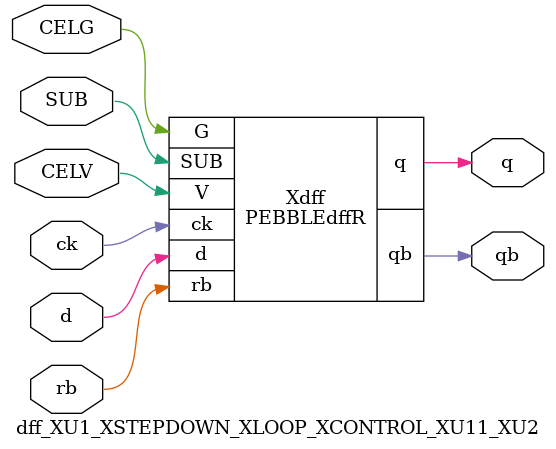
<source format=v>



module PEBBLEdffR ( q, qb, G, SUB, V, ck, d, rb );

  input V;
  output q;
  input rb;
  input d;
  input G;
  input ck;
  input SUB;
  output qb;
endmodule

//Celera Confidential Do Not Copy dff_XU1_XSTEPDOWN_XLOOP_XCONTROL_XU11_XU2
//Celera Confidential Symbol Generator
//DFF latch
module dff_XU1_XSTEPDOWN_XLOOP_XCONTROL_XU11_XU2 (CELV,CELG,d,rb,ck,q,qb,SUB );
input CELV;
input CELG;
input d;
input rb;
input ck;
input SUB;
output q;
output qb;

//Celera Confidential Do Not Copy dff
PEBBLEdffR Xdff(
.V (CELV),
.d (d),
.rb (rb),
.ck (ck),
.q (q),
.qb (qb),
.SUB (SUB),
.G (CELG)
);
//,diesize,PEBBLEdffR

//Celera Confidential Do Not Copy Module End
//Celera Schematic Generator
endmodule

</source>
